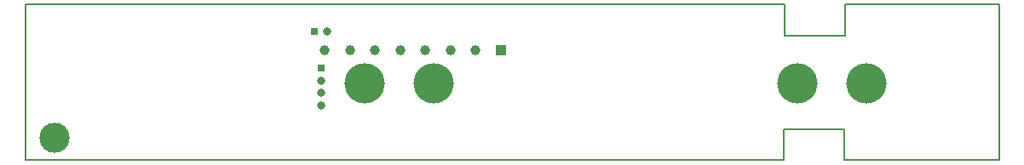
<source format=gbr>
G04 #@! TF.FileFunction,Soldermask,Bot*
%FSLAX46Y46*%
G04 Gerber Fmt 4.6, Leading zero omitted, Abs format (unit mm)*
G04 Created by KiCad (PCBNEW 4.0.2+dfsg1-stable) date ven 12 ott 2018 16:01:28 CEST*
%MOMM*%
G01*
G04 APERTURE LIST*
%ADD10C,0.100000*%
%ADD11C,0.200000*%
%ADD12R,0.800000X0.800000*%
%ADD13O,0.800000X0.800000*%
%ADD14C,4.000000*%
%ADD15R,1.000000X1.000000*%
%ADD16C,1.000000*%
%ADD17C,3.000000*%
G04 APERTURE END LIST*
D10*
D11*
X173690280Y-115443000D02*
X98295460Y-115443000D01*
X195072000Y-115443000D02*
X179682660Y-115443000D01*
X179682660Y-112410240D02*
X179682660Y-115443000D01*
X173692820Y-112410240D02*
X179682660Y-112410240D01*
X173692820Y-112410240D02*
X173692820Y-115437920D01*
X173776640Y-99949000D02*
X98298000Y-99949000D01*
X195072000Y-99949000D02*
X179778660Y-99949000D01*
X179778660Y-99949000D02*
X179778660Y-103047800D01*
X173776640Y-103047800D02*
X179778660Y-103047800D01*
X173776640Y-99949000D02*
X173776640Y-103047800D01*
X98298000Y-115443000D02*
X98298000Y-99949000D01*
X195072000Y-99949000D02*
X195072000Y-115443000D01*
D12*
X127000000Y-102631240D03*
D13*
X128250000Y-102631240D03*
D14*
X131999000Y-107787000D03*
X138899000Y-107787000D03*
X174999000Y-107771760D03*
X181899000Y-107771760D03*
D15*
X145549000Y-104470200D03*
D16*
X143049000Y-104470200D03*
X140549000Y-104470200D03*
X138049000Y-104470200D03*
X135549000Y-104470200D03*
X133049000Y-104470200D03*
X130549000Y-104470200D03*
X128049000Y-104470200D03*
D17*
X101198300Y-113243820D03*
D12*
X127668020Y-106278360D03*
D13*
X127668020Y-107528360D03*
X127668020Y-108778360D03*
X127668020Y-110028360D03*
M02*

</source>
